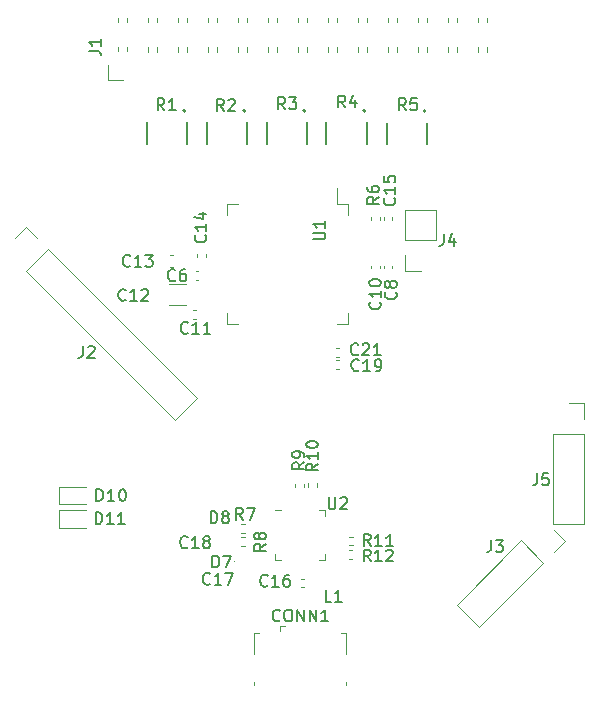
<source format=gbr>
%TF.GenerationSoftware,KiCad,Pcbnew,(6.0.10)*%
%TF.CreationDate,2023-01-10T15:23:54-05:00*%
%TF.ProjectId,cyton hat,6379746f-6e20-4686-9174-2e6b69636164,rev?*%
%TF.SameCoordinates,Original*%
%TF.FileFunction,Legend,Top*%
%TF.FilePolarity,Positive*%
%FSLAX46Y46*%
G04 Gerber Fmt 4.6, Leading zero omitted, Abs format (unit mm)*
G04 Created by KiCad (PCBNEW (6.0.10)) date 2023-01-10 15:23:54*
%MOMM*%
%LPD*%
G01*
G04 APERTURE LIST*
%ADD10C,0.150000*%
%ADD11C,0.120000*%
%ADD12C,0.127000*%
%ADD13C,0.200000*%
%ADD14C,0.100000*%
G04 APERTURE END LIST*
D10*
%TO.C,J1*%
X121829580Y-83823133D02*
X122543866Y-83823133D01*
X122686723Y-83870752D01*
X122781961Y-83965990D01*
X122829580Y-84108847D01*
X122829580Y-84204085D01*
X122829580Y-82823133D02*
X122829580Y-83394561D01*
X122829580Y-83108847D02*
X121829580Y-83108847D01*
X121972438Y-83204085D01*
X122067676Y-83299323D01*
X122115295Y-83394561D01*
%TO.C,C13*%
X125315742Y-102007942D02*
X125268123Y-102055561D01*
X125125266Y-102103180D01*
X125030028Y-102103180D01*
X124887171Y-102055561D01*
X124791933Y-101960323D01*
X124744314Y-101865085D01*
X124696695Y-101674609D01*
X124696695Y-101531752D01*
X124744314Y-101341276D01*
X124791933Y-101246038D01*
X124887171Y-101150800D01*
X125030028Y-101103180D01*
X125125266Y-101103180D01*
X125268123Y-101150800D01*
X125315742Y-101198419D01*
X126268123Y-102103180D02*
X125696695Y-102103180D01*
X125982409Y-102103180D02*
X125982409Y-101103180D01*
X125887171Y-101246038D01*
X125791933Y-101341276D01*
X125696695Y-101388895D01*
X126601457Y-101103180D02*
X127220504Y-101103180D01*
X126887171Y-101484133D01*
X127030028Y-101484133D01*
X127125266Y-101531752D01*
X127172885Y-101579371D01*
X127220504Y-101674609D01*
X127220504Y-101912704D01*
X127172885Y-102007942D01*
X127125266Y-102055561D01*
X127030028Y-102103180D01*
X126744314Y-102103180D01*
X126649076Y-102055561D01*
X126601457Y-102007942D01*
%TO.C,D11*%
X122382114Y-123896380D02*
X122382114Y-122896380D01*
X122620209Y-122896380D01*
X122763066Y-122944000D01*
X122858304Y-123039238D01*
X122905923Y-123134476D01*
X122953542Y-123324952D01*
X122953542Y-123467809D01*
X122905923Y-123658285D01*
X122858304Y-123753523D01*
X122763066Y-123848761D01*
X122620209Y-123896380D01*
X122382114Y-123896380D01*
X123905923Y-123896380D02*
X123334495Y-123896380D01*
X123620209Y-123896380D02*
X123620209Y-122896380D01*
X123524971Y-123039238D01*
X123429733Y-123134476D01*
X123334495Y-123182095D01*
X124858304Y-123896380D02*
X124286876Y-123896380D01*
X124572590Y-123896380D02*
X124572590Y-122896380D01*
X124477352Y-123039238D01*
X124382114Y-123134476D01*
X124286876Y-123182095D01*
%TO.C,R2*%
X133234133Y-88920580D02*
X132900800Y-88444390D01*
X132662704Y-88920580D02*
X132662704Y-87920580D01*
X133043657Y-87920580D01*
X133138895Y-87968200D01*
X133186514Y-88015819D01*
X133234133Y-88111057D01*
X133234133Y-88253914D01*
X133186514Y-88349152D01*
X133138895Y-88396771D01*
X133043657Y-88444390D01*
X132662704Y-88444390D01*
X133615085Y-88015819D02*
X133662704Y-87968200D01*
X133757942Y-87920580D01*
X133996038Y-87920580D01*
X134091276Y-87968200D01*
X134138895Y-88015819D01*
X134186514Y-88111057D01*
X134186514Y-88206295D01*
X134138895Y-88349152D01*
X133567466Y-88920580D01*
X134186514Y-88920580D01*
%TO.C,D7*%
X132281704Y-127553980D02*
X132281704Y-126553980D01*
X132519800Y-126553980D01*
X132662657Y-126601600D01*
X132757895Y-126696838D01*
X132805514Y-126792076D01*
X132853133Y-126982552D01*
X132853133Y-127125409D01*
X132805514Y-127315885D01*
X132757895Y-127411123D01*
X132662657Y-127506361D01*
X132519800Y-127553980D01*
X132281704Y-127553980D01*
X133186466Y-126553980D02*
X133853133Y-126553980D01*
X133424561Y-127553980D01*
%TO.C,C14*%
X131675142Y-99423457D02*
X131722761Y-99471076D01*
X131770380Y-99613933D01*
X131770380Y-99709171D01*
X131722761Y-99852028D01*
X131627523Y-99947266D01*
X131532285Y-99994885D01*
X131341809Y-100042504D01*
X131198952Y-100042504D01*
X131008476Y-99994885D01*
X130913238Y-99947266D01*
X130818000Y-99852028D01*
X130770380Y-99709171D01*
X130770380Y-99613933D01*
X130818000Y-99471076D01*
X130865619Y-99423457D01*
X131770380Y-98471076D02*
X131770380Y-99042504D01*
X131770380Y-98756790D02*
X130770380Y-98756790D01*
X130913238Y-98852028D01*
X131008476Y-98947266D01*
X131056095Y-99042504D01*
X131103714Y-97613933D02*
X131770380Y-97613933D01*
X130722761Y-97852028D02*
X131437047Y-98090123D01*
X131437047Y-97471076D01*
%TO.C,C15*%
X147677142Y-96299257D02*
X147724761Y-96346876D01*
X147772380Y-96489733D01*
X147772380Y-96584971D01*
X147724761Y-96727828D01*
X147629523Y-96823066D01*
X147534285Y-96870685D01*
X147343809Y-96918304D01*
X147200952Y-96918304D01*
X147010476Y-96870685D01*
X146915238Y-96823066D01*
X146820000Y-96727828D01*
X146772380Y-96584971D01*
X146772380Y-96489733D01*
X146820000Y-96346876D01*
X146867619Y-96299257D01*
X147772380Y-95346876D02*
X147772380Y-95918304D01*
X147772380Y-95632590D02*
X146772380Y-95632590D01*
X146915238Y-95727828D01*
X147010476Y-95823066D01*
X147058095Y-95918304D01*
X146772380Y-94442114D02*
X146772380Y-94918304D01*
X147248571Y-94965923D01*
X147200952Y-94918304D01*
X147153333Y-94823066D01*
X147153333Y-94584971D01*
X147200952Y-94489733D01*
X147248571Y-94442114D01*
X147343809Y-94394495D01*
X147581904Y-94394495D01*
X147677142Y-94442114D01*
X147724761Y-94489733D01*
X147772380Y-94584971D01*
X147772380Y-94823066D01*
X147724761Y-94918304D01*
X147677142Y-94965923D01*
%TO.C,R6*%
X146375380Y-96178666D02*
X145899190Y-96512000D01*
X146375380Y-96750095D02*
X145375380Y-96750095D01*
X145375380Y-96369142D01*
X145423000Y-96273904D01*
X145470619Y-96226285D01*
X145565857Y-96178666D01*
X145708714Y-96178666D01*
X145803952Y-96226285D01*
X145851571Y-96273904D01*
X145899190Y-96369142D01*
X145899190Y-96750095D01*
X145375380Y-95321523D02*
X145375380Y-95512000D01*
X145423000Y-95607238D01*
X145470619Y-95654857D01*
X145613476Y-95750095D01*
X145803952Y-95797714D01*
X146184904Y-95797714D01*
X146280142Y-95750095D01*
X146327761Y-95702476D01*
X146375380Y-95607238D01*
X146375380Y-95416761D01*
X146327761Y-95321523D01*
X146280142Y-95273904D01*
X146184904Y-95226285D01*
X145946809Y-95226285D01*
X145851571Y-95273904D01*
X145803952Y-95321523D01*
X145756333Y-95416761D01*
X145756333Y-95607238D01*
X145803952Y-95702476D01*
X145851571Y-95750095D01*
X145946809Y-95797714D01*
%TO.C,R8*%
X136799580Y-125566466D02*
X136323390Y-125899800D01*
X136799580Y-126137895D02*
X135799580Y-126137895D01*
X135799580Y-125756942D01*
X135847200Y-125661704D01*
X135894819Y-125614085D01*
X135990057Y-125566466D01*
X136132914Y-125566466D01*
X136228152Y-125614085D01*
X136275771Y-125661704D01*
X136323390Y-125756942D01*
X136323390Y-126137895D01*
X136228152Y-124995038D02*
X136180533Y-125090276D01*
X136132914Y-125137895D01*
X136037676Y-125185514D01*
X135990057Y-125185514D01*
X135894819Y-125137895D01*
X135847200Y-125090276D01*
X135799580Y-124995038D01*
X135799580Y-124804561D01*
X135847200Y-124709323D01*
X135894819Y-124661704D01*
X135990057Y-124614085D01*
X136037676Y-124614085D01*
X136132914Y-124661704D01*
X136180533Y-124709323D01*
X136228152Y-124804561D01*
X136228152Y-124995038D01*
X136275771Y-125090276D01*
X136323390Y-125137895D01*
X136418628Y-125185514D01*
X136609104Y-125185514D01*
X136704342Y-125137895D01*
X136751961Y-125090276D01*
X136799580Y-124995038D01*
X136799580Y-124804561D01*
X136751961Y-124709323D01*
X136704342Y-124661704D01*
X136609104Y-124614085D01*
X136418628Y-124614085D01*
X136323390Y-124661704D01*
X136275771Y-124709323D01*
X136228152Y-124804561D01*
%TO.C,R1*%
X128204933Y-88844380D02*
X127871600Y-88368190D01*
X127633504Y-88844380D02*
X127633504Y-87844380D01*
X128014457Y-87844380D01*
X128109695Y-87892000D01*
X128157314Y-87939619D01*
X128204933Y-88034857D01*
X128204933Y-88177714D01*
X128157314Y-88272952D01*
X128109695Y-88320571D01*
X128014457Y-88368190D01*
X127633504Y-88368190D01*
X129157314Y-88844380D02*
X128585885Y-88844380D01*
X128871600Y-88844380D02*
X128871600Y-87844380D01*
X128776361Y-87987238D01*
X128681123Y-88082476D01*
X128585885Y-88130095D01*
%TO.C,C11*%
X130192542Y-107672142D02*
X130144923Y-107719761D01*
X130002066Y-107767380D01*
X129906828Y-107767380D01*
X129763971Y-107719761D01*
X129668733Y-107624523D01*
X129621114Y-107529285D01*
X129573495Y-107338809D01*
X129573495Y-107195952D01*
X129621114Y-107005476D01*
X129668733Y-106910238D01*
X129763971Y-106815000D01*
X129906828Y-106767380D01*
X130002066Y-106767380D01*
X130144923Y-106815000D01*
X130192542Y-106862619D01*
X131144923Y-107767380D02*
X130573495Y-107767380D01*
X130859209Y-107767380D02*
X130859209Y-106767380D01*
X130763971Y-106910238D01*
X130668733Y-107005476D01*
X130573495Y-107053095D01*
X132097304Y-107767380D02*
X131525876Y-107767380D01*
X131811590Y-107767380D02*
X131811590Y-106767380D01*
X131716352Y-106910238D01*
X131621114Y-107005476D01*
X131525876Y-107053095D01*
%TO.C,L1*%
X142352733Y-130474980D02*
X141876542Y-130474980D01*
X141876542Y-129474980D01*
X143209876Y-130474980D02*
X142638447Y-130474980D01*
X142924161Y-130474980D02*
X142924161Y-129474980D01*
X142828923Y-129617838D01*
X142733685Y-129713076D01*
X142638447Y-129760695D01*
%TO.C,R5*%
X148651933Y-88844380D02*
X148318600Y-88368190D01*
X148080504Y-88844380D02*
X148080504Y-87844380D01*
X148461457Y-87844380D01*
X148556695Y-87892000D01*
X148604314Y-87939619D01*
X148651933Y-88034857D01*
X148651933Y-88177714D01*
X148604314Y-88272952D01*
X148556695Y-88320571D01*
X148461457Y-88368190D01*
X148080504Y-88368190D01*
X149556695Y-87844380D02*
X149080504Y-87844380D01*
X149032885Y-88320571D01*
X149080504Y-88272952D01*
X149175742Y-88225333D01*
X149413838Y-88225333D01*
X149509076Y-88272952D01*
X149556695Y-88320571D01*
X149604314Y-88415809D01*
X149604314Y-88653904D01*
X149556695Y-88749142D01*
X149509076Y-88796761D01*
X149413838Y-88844380D01*
X149175742Y-88844380D01*
X149080504Y-88796761D01*
X149032885Y-88749142D01*
%TO.C,J3*%
X155876666Y-125258580D02*
X155876666Y-125972866D01*
X155829047Y-126115723D01*
X155733809Y-126210961D01*
X155590952Y-126258580D01*
X155495714Y-126258580D01*
X156257619Y-125258580D02*
X156876666Y-125258580D01*
X156543333Y-125639533D01*
X156686190Y-125639533D01*
X156781428Y-125687152D01*
X156829047Y-125734771D01*
X156876666Y-125830009D01*
X156876666Y-126068104D01*
X156829047Y-126163342D01*
X156781428Y-126210961D01*
X156686190Y-126258580D01*
X156400476Y-126258580D01*
X156305238Y-126210961D01*
X156257619Y-126163342D01*
%TO.C,C19*%
X144665342Y-110847142D02*
X144617723Y-110894761D01*
X144474866Y-110942380D01*
X144379628Y-110942380D01*
X144236771Y-110894761D01*
X144141533Y-110799523D01*
X144093914Y-110704285D01*
X144046295Y-110513809D01*
X144046295Y-110370952D01*
X144093914Y-110180476D01*
X144141533Y-110085238D01*
X144236771Y-109990000D01*
X144379628Y-109942380D01*
X144474866Y-109942380D01*
X144617723Y-109990000D01*
X144665342Y-110037619D01*
X145617723Y-110942380D02*
X145046295Y-110942380D01*
X145332009Y-110942380D02*
X145332009Y-109942380D01*
X145236771Y-110085238D01*
X145141533Y-110180476D01*
X145046295Y-110228095D01*
X146093914Y-110942380D02*
X146284390Y-110942380D01*
X146379628Y-110894761D01*
X146427247Y-110847142D01*
X146522485Y-110704285D01*
X146570104Y-110513809D01*
X146570104Y-110132857D01*
X146522485Y-110037619D01*
X146474866Y-109990000D01*
X146379628Y-109942380D01*
X146189152Y-109942380D01*
X146093914Y-109990000D01*
X146046295Y-110037619D01*
X145998676Y-110132857D01*
X145998676Y-110370952D01*
X146046295Y-110466190D01*
X146093914Y-110513809D01*
X146189152Y-110561428D01*
X146379628Y-110561428D01*
X146474866Y-110513809D01*
X146522485Y-110466190D01*
X146570104Y-110370952D01*
%TO.C,U2*%
X142113095Y-121626380D02*
X142113095Y-122435904D01*
X142160714Y-122531142D01*
X142208333Y-122578761D01*
X142303571Y-122626380D01*
X142494047Y-122626380D01*
X142589285Y-122578761D01*
X142636904Y-122531142D01*
X142684523Y-122435904D01*
X142684523Y-121626380D01*
X143113095Y-121721619D02*
X143160714Y-121674000D01*
X143255952Y-121626380D01*
X143494047Y-121626380D01*
X143589285Y-121674000D01*
X143636904Y-121721619D01*
X143684523Y-121816857D01*
X143684523Y-121912095D01*
X143636904Y-122054952D01*
X143065476Y-122626380D01*
X143684523Y-122626380D01*
%TO.C,C17*%
X132072142Y-128931942D02*
X132024523Y-128979561D01*
X131881666Y-129027180D01*
X131786428Y-129027180D01*
X131643571Y-128979561D01*
X131548333Y-128884323D01*
X131500714Y-128789085D01*
X131453095Y-128598609D01*
X131453095Y-128455752D01*
X131500714Y-128265276D01*
X131548333Y-128170038D01*
X131643571Y-128074800D01*
X131786428Y-128027180D01*
X131881666Y-128027180D01*
X132024523Y-128074800D01*
X132072142Y-128122419D01*
X133024523Y-129027180D02*
X132453095Y-129027180D01*
X132738809Y-129027180D02*
X132738809Y-128027180D01*
X132643571Y-128170038D01*
X132548333Y-128265276D01*
X132453095Y-128312895D01*
X133357857Y-128027180D02*
X134024523Y-128027180D01*
X133595952Y-129027180D01*
%TO.C,J5*%
X159762866Y-119594380D02*
X159762866Y-120308666D01*
X159715247Y-120451523D01*
X159620009Y-120546761D01*
X159477152Y-120594380D01*
X159381914Y-120594380D01*
X160715247Y-119594380D02*
X160239057Y-119594380D01*
X160191438Y-120070571D01*
X160239057Y-120022952D01*
X160334295Y-119975333D01*
X160572390Y-119975333D01*
X160667628Y-120022952D01*
X160715247Y-120070571D01*
X160762866Y-120165809D01*
X160762866Y-120403904D01*
X160715247Y-120499142D01*
X160667628Y-120546761D01*
X160572390Y-120594380D01*
X160334295Y-120594380D01*
X160239057Y-120546761D01*
X160191438Y-120499142D01*
%TO.C,CONN1*%
X137987304Y-132030742D02*
X137939685Y-132078361D01*
X137796828Y-132125980D01*
X137701590Y-132125980D01*
X137558733Y-132078361D01*
X137463495Y-131983123D01*
X137415876Y-131887885D01*
X137368257Y-131697409D01*
X137368257Y-131554552D01*
X137415876Y-131364076D01*
X137463495Y-131268838D01*
X137558733Y-131173600D01*
X137701590Y-131125980D01*
X137796828Y-131125980D01*
X137939685Y-131173600D01*
X137987304Y-131221219D01*
X138606352Y-131125980D02*
X138796828Y-131125980D01*
X138892066Y-131173600D01*
X138987304Y-131268838D01*
X139034923Y-131459314D01*
X139034923Y-131792647D01*
X138987304Y-131983123D01*
X138892066Y-132078361D01*
X138796828Y-132125980D01*
X138606352Y-132125980D01*
X138511114Y-132078361D01*
X138415876Y-131983123D01*
X138368257Y-131792647D01*
X138368257Y-131459314D01*
X138415876Y-131268838D01*
X138511114Y-131173600D01*
X138606352Y-131125980D01*
X139463495Y-132125980D02*
X139463495Y-131125980D01*
X140034923Y-132125980D01*
X140034923Y-131125980D01*
X140511114Y-132125980D02*
X140511114Y-131125980D01*
X141082542Y-132125980D01*
X141082542Y-131125980D01*
X142082542Y-132125980D02*
X141511114Y-132125980D01*
X141796828Y-132125980D02*
X141796828Y-131125980D01*
X141701590Y-131268838D01*
X141606352Y-131364076D01*
X141511114Y-131411695D01*
%TO.C,C10*%
X146457942Y-105087657D02*
X146505561Y-105135276D01*
X146553180Y-105278133D01*
X146553180Y-105373371D01*
X146505561Y-105516228D01*
X146410323Y-105611466D01*
X146315085Y-105659085D01*
X146124609Y-105706704D01*
X145981752Y-105706704D01*
X145791276Y-105659085D01*
X145696038Y-105611466D01*
X145600800Y-105516228D01*
X145553180Y-105373371D01*
X145553180Y-105278133D01*
X145600800Y-105135276D01*
X145648419Y-105087657D01*
X146553180Y-104135276D02*
X146553180Y-104706704D01*
X146553180Y-104420990D02*
X145553180Y-104420990D01*
X145696038Y-104516228D01*
X145791276Y-104611466D01*
X145838895Y-104706704D01*
X145553180Y-103516228D02*
X145553180Y-103420990D01*
X145600800Y-103325752D01*
X145648419Y-103278133D01*
X145743657Y-103230514D01*
X145934133Y-103182895D01*
X146172228Y-103182895D01*
X146362704Y-103230514D01*
X146457942Y-103278133D01*
X146505561Y-103325752D01*
X146553180Y-103420990D01*
X146553180Y-103516228D01*
X146505561Y-103611466D01*
X146457942Y-103659085D01*
X146362704Y-103706704D01*
X146172228Y-103754323D01*
X145934133Y-103754323D01*
X145743657Y-103706704D01*
X145648419Y-103659085D01*
X145600800Y-103611466D01*
X145553180Y-103516228D01*
%TO.C,R12*%
X145661142Y-127045980D02*
X145327809Y-126569790D01*
X145089714Y-127045980D02*
X145089714Y-126045980D01*
X145470666Y-126045980D01*
X145565904Y-126093600D01*
X145613523Y-126141219D01*
X145661142Y-126236457D01*
X145661142Y-126379314D01*
X145613523Y-126474552D01*
X145565904Y-126522171D01*
X145470666Y-126569790D01*
X145089714Y-126569790D01*
X146613523Y-127045980D02*
X146042095Y-127045980D01*
X146327809Y-127045980D02*
X146327809Y-126045980D01*
X146232571Y-126188838D01*
X146137333Y-126284076D01*
X146042095Y-126331695D01*
X146994476Y-126141219D02*
X147042095Y-126093600D01*
X147137333Y-126045980D01*
X147375428Y-126045980D01*
X147470666Y-126093600D01*
X147518285Y-126141219D01*
X147565904Y-126236457D01*
X147565904Y-126331695D01*
X147518285Y-126474552D01*
X146946857Y-127045980D01*
X147565904Y-127045980D01*
%TO.C,C16*%
X136948942Y-129084342D02*
X136901323Y-129131961D01*
X136758466Y-129179580D01*
X136663228Y-129179580D01*
X136520371Y-129131961D01*
X136425133Y-129036723D01*
X136377514Y-128941485D01*
X136329895Y-128751009D01*
X136329895Y-128608152D01*
X136377514Y-128417676D01*
X136425133Y-128322438D01*
X136520371Y-128227200D01*
X136663228Y-128179580D01*
X136758466Y-128179580D01*
X136901323Y-128227200D01*
X136948942Y-128274819D01*
X137901323Y-129179580D02*
X137329895Y-129179580D01*
X137615609Y-129179580D02*
X137615609Y-128179580D01*
X137520371Y-128322438D01*
X137425133Y-128417676D01*
X137329895Y-128465295D01*
X138758466Y-128179580D02*
X138567990Y-128179580D01*
X138472752Y-128227200D01*
X138425133Y-128274819D01*
X138329895Y-128417676D01*
X138282276Y-128608152D01*
X138282276Y-128989104D01*
X138329895Y-129084342D01*
X138377514Y-129131961D01*
X138472752Y-129179580D01*
X138663228Y-129179580D01*
X138758466Y-129131961D01*
X138806085Y-129084342D01*
X138853704Y-128989104D01*
X138853704Y-128751009D01*
X138806085Y-128655771D01*
X138758466Y-128608152D01*
X138663228Y-128560533D01*
X138472752Y-128560533D01*
X138377514Y-128608152D01*
X138329895Y-128655771D01*
X138282276Y-128751009D01*
%TO.C,U1*%
X140828780Y-99796504D02*
X141638304Y-99796504D01*
X141733542Y-99748885D01*
X141781161Y-99701266D01*
X141828780Y-99606028D01*
X141828780Y-99415552D01*
X141781161Y-99320314D01*
X141733542Y-99272695D01*
X141638304Y-99225076D01*
X140828780Y-99225076D01*
X141828780Y-98225076D02*
X141828780Y-98796504D01*
X141828780Y-98510790D02*
X140828780Y-98510790D01*
X140971638Y-98606028D01*
X141066876Y-98701266D01*
X141114495Y-98796504D01*
%TO.C,D10*%
X122458314Y-121940580D02*
X122458314Y-120940580D01*
X122696409Y-120940580D01*
X122839266Y-120988200D01*
X122934504Y-121083438D01*
X122982123Y-121178676D01*
X123029742Y-121369152D01*
X123029742Y-121512009D01*
X122982123Y-121702485D01*
X122934504Y-121797723D01*
X122839266Y-121892961D01*
X122696409Y-121940580D01*
X122458314Y-121940580D01*
X123982123Y-121940580D02*
X123410695Y-121940580D01*
X123696409Y-121940580D02*
X123696409Y-120940580D01*
X123601171Y-121083438D01*
X123505933Y-121178676D01*
X123410695Y-121226295D01*
X124601171Y-120940580D02*
X124696409Y-120940580D01*
X124791647Y-120988200D01*
X124839266Y-121035819D01*
X124886885Y-121131057D01*
X124934504Y-121321533D01*
X124934504Y-121559628D01*
X124886885Y-121750104D01*
X124839266Y-121845342D01*
X124791647Y-121892961D01*
X124696409Y-121940580D01*
X124601171Y-121940580D01*
X124505933Y-121892961D01*
X124458314Y-121845342D01*
X124410695Y-121750104D01*
X124363076Y-121559628D01*
X124363076Y-121321533D01*
X124410695Y-121131057D01*
X124458314Y-121035819D01*
X124505933Y-120988200D01*
X124601171Y-120940580D01*
%TO.C,R7*%
X134859733Y-123515380D02*
X134526400Y-123039190D01*
X134288304Y-123515380D02*
X134288304Y-122515380D01*
X134669257Y-122515380D01*
X134764495Y-122563000D01*
X134812114Y-122610619D01*
X134859733Y-122705857D01*
X134859733Y-122848714D01*
X134812114Y-122943952D01*
X134764495Y-122991571D01*
X134669257Y-123039190D01*
X134288304Y-123039190D01*
X135193066Y-122515380D02*
X135859733Y-122515380D01*
X135431161Y-123515380D01*
%TO.C,R10*%
X141219180Y-118778257D02*
X140742990Y-119111590D01*
X141219180Y-119349685D02*
X140219180Y-119349685D01*
X140219180Y-118968733D01*
X140266800Y-118873495D01*
X140314419Y-118825876D01*
X140409657Y-118778257D01*
X140552514Y-118778257D01*
X140647752Y-118825876D01*
X140695371Y-118873495D01*
X140742990Y-118968733D01*
X140742990Y-119349685D01*
X141219180Y-117825876D02*
X141219180Y-118397304D01*
X141219180Y-118111590D02*
X140219180Y-118111590D01*
X140362038Y-118206828D01*
X140457276Y-118302066D01*
X140504895Y-118397304D01*
X140219180Y-117206828D02*
X140219180Y-117111590D01*
X140266800Y-117016352D01*
X140314419Y-116968733D01*
X140409657Y-116921114D01*
X140600133Y-116873495D01*
X140838228Y-116873495D01*
X141028704Y-116921114D01*
X141123942Y-116968733D01*
X141171561Y-117016352D01*
X141219180Y-117111590D01*
X141219180Y-117206828D01*
X141171561Y-117302066D01*
X141123942Y-117349685D01*
X141028704Y-117397304D01*
X140838228Y-117444923D01*
X140600133Y-117444923D01*
X140409657Y-117397304D01*
X140314419Y-117349685D01*
X140266800Y-117302066D01*
X140219180Y-117206828D01*
%TO.C,C18*%
X130167142Y-125833142D02*
X130119523Y-125880761D01*
X129976666Y-125928380D01*
X129881428Y-125928380D01*
X129738571Y-125880761D01*
X129643333Y-125785523D01*
X129595714Y-125690285D01*
X129548095Y-125499809D01*
X129548095Y-125356952D01*
X129595714Y-125166476D01*
X129643333Y-125071238D01*
X129738571Y-124976000D01*
X129881428Y-124928380D01*
X129976666Y-124928380D01*
X130119523Y-124976000D01*
X130167142Y-125023619D01*
X131119523Y-125928380D02*
X130548095Y-125928380D01*
X130833809Y-125928380D02*
X130833809Y-124928380D01*
X130738571Y-125071238D01*
X130643333Y-125166476D01*
X130548095Y-125214095D01*
X131690952Y-125356952D02*
X131595714Y-125309333D01*
X131548095Y-125261714D01*
X131500476Y-125166476D01*
X131500476Y-125118857D01*
X131548095Y-125023619D01*
X131595714Y-124976000D01*
X131690952Y-124928380D01*
X131881428Y-124928380D01*
X131976666Y-124976000D01*
X132024285Y-125023619D01*
X132071904Y-125118857D01*
X132071904Y-125166476D01*
X132024285Y-125261714D01*
X131976666Y-125309333D01*
X131881428Y-125356952D01*
X131690952Y-125356952D01*
X131595714Y-125404571D01*
X131548095Y-125452190D01*
X131500476Y-125547428D01*
X131500476Y-125737904D01*
X131548095Y-125833142D01*
X131595714Y-125880761D01*
X131690952Y-125928380D01*
X131881428Y-125928380D01*
X131976666Y-125880761D01*
X132024285Y-125833142D01*
X132071904Y-125737904D01*
X132071904Y-125547428D01*
X132024285Y-125452190D01*
X131976666Y-125404571D01*
X131881428Y-125356952D01*
%TO.C,C8*%
X147778742Y-104255866D02*
X147826361Y-104303485D01*
X147873980Y-104446342D01*
X147873980Y-104541580D01*
X147826361Y-104684438D01*
X147731123Y-104779676D01*
X147635885Y-104827295D01*
X147445409Y-104874914D01*
X147302552Y-104874914D01*
X147112076Y-104827295D01*
X147016838Y-104779676D01*
X146921600Y-104684438D01*
X146873980Y-104541580D01*
X146873980Y-104446342D01*
X146921600Y-104303485D01*
X146969219Y-104255866D01*
X147302552Y-103684438D02*
X147254933Y-103779676D01*
X147207314Y-103827295D01*
X147112076Y-103874914D01*
X147064457Y-103874914D01*
X146969219Y-103827295D01*
X146921600Y-103779676D01*
X146873980Y-103684438D01*
X146873980Y-103493961D01*
X146921600Y-103398723D01*
X146969219Y-103351104D01*
X147064457Y-103303485D01*
X147112076Y-103303485D01*
X147207314Y-103351104D01*
X147254933Y-103398723D01*
X147302552Y-103493961D01*
X147302552Y-103684438D01*
X147350171Y-103779676D01*
X147397790Y-103827295D01*
X147493028Y-103874914D01*
X147683504Y-103874914D01*
X147778742Y-103827295D01*
X147826361Y-103779676D01*
X147873980Y-103684438D01*
X147873980Y-103493961D01*
X147826361Y-103398723D01*
X147778742Y-103351104D01*
X147683504Y-103303485D01*
X147493028Y-103303485D01*
X147397790Y-103351104D01*
X147350171Y-103398723D01*
X147302552Y-103493961D01*
%TO.C,J4*%
X151863466Y-99325180D02*
X151863466Y-100039466D01*
X151815847Y-100182323D01*
X151720609Y-100277561D01*
X151577752Y-100325180D01*
X151482514Y-100325180D01*
X152768228Y-99658514D02*
X152768228Y-100325180D01*
X152530133Y-99277561D02*
X152292038Y-99991847D01*
X152911085Y-99991847D01*
%TO.C,R11*%
X145661142Y-125750580D02*
X145327809Y-125274390D01*
X145089714Y-125750580D02*
X145089714Y-124750580D01*
X145470666Y-124750580D01*
X145565904Y-124798200D01*
X145613523Y-124845819D01*
X145661142Y-124941057D01*
X145661142Y-125083914D01*
X145613523Y-125179152D01*
X145565904Y-125226771D01*
X145470666Y-125274390D01*
X145089714Y-125274390D01*
X146613523Y-125750580D02*
X146042095Y-125750580D01*
X146327809Y-125750580D02*
X146327809Y-124750580D01*
X146232571Y-124893438D01*
X146137333Y-124988676D01*
X146042095Y-125036295D01*
X147565904Y-125750580D02*
X146994476Y-125750580D01*
X147280190Y-125750580D02*
X147280190Y-124750580D01*
X147184952Y-124893438D01*
X147089714Y-124988676D01*
X146994476Y-125036295D01*
%TO.C,D8*%
X132129304Y-123820180D02*
X132129304Y-122820180D01*
X132367400Y-122820180D01*
X132510257Y-122867800D01*
X132605495Y-122963038D01*
X132653114Y-123058276D01*
X132700733Y-123248752D01*
X132700733Y-123391609D01*
X132653114Y-123582085D01*
X132605495Y-123677323D01*
X132510257Y-123772561D01*
X132367400Y-123820180D01*
X132129304Y-123820180D01*
X133272161Y-123248752D02*
X133176923Y-123201133D01*
X133129304Y-123153514D01*
X133081685Y-123058276D01*
X133081685Y-123010657D01*
X133129304Y-122915419D01*
X133176923Y-122867800D01*
X133272161Y-122820180D01*
X133462638Y-122820180D01*
X133557876Y-122867800D01*
X133605495Y-122915419D01*
X133653114Y-123010657D01*
X133653114Y-123058276D01*
X133605495Y-123153514D01*
X133557876Y-123201133D01*
X133462638Y-123248752D01*
X133272161Y-123248752D01*
X133176923Y-123296371D01*
X133129304Y-123343990D01*
X133081685Y-123439228D01*
X133081685Y-123629704D01*
X133129304Y-123724942D01*
X133176923Y-123772561D01*
X133272161Y-123820180D01*
X133462638Y-123820180D01*
X133557876Y-123772561D01*
X133605495Y-123724942D01*
X133653114Y-123629704D01*
X133653114Y-123439228D01*
X133605495Y-123343990D01*
X133557876Y-123296371D01*
X133462638Y-123248752D01*
%TO.C,R4*%
X143521133Y-88615780D02*
X143187800Y-88139590D01*
X142949704Y-88615780D02*
X142949704Y-87615780D01*
X143330657Y-87615780D01*
X143425895Y-87663400D01*
X143473514Y-87711019D01*
X143521133Y-87806257D01*
X143521133Y-87949114D01*
X143473514Y-88044352D01*
X143425895Y-88091971D01*
X143330657Y-88139590D01*
X142949704Y-88139590D01*
X144378276Y-87949114D02*
X144378276Y-88615780D01*
X144140180Y-87568161D02*
X143902085Y-88282447D01*
X144521133Y-88282447D01*
%TO.C,C6*%
X129119333Y-103227142D02*
X129071714Y-103274761D01*
X128928857Y-103322380D01*
X128833619Y-103322380D01*
X128690761Y-103274761D01*
X128595523Y-103179523D01*
X128547904Y-103084285D01*
X128500285Y-102893809D01*
X128500285Y-102750952D01*
X128547904Y-102560476D01*
X128595523Y-102465238D01*
X128690761Y-102370000D01*
X128833619Y-102322380D01*
X128928857Y-102322380D01*
X129071714Y-102370000D01*
X129119333Y-102417619D01*
X129976476Y-102322380D02*
X129786000Y-102322380D01*
X129690761Y-102370000D01*
X129643142Y-102417619D01*
X129547904Y-102560476D01*
X129500285Y-102750952D01*
X129500285Y-103131904D01*
X129547904Y-103227142D01*
X129595523Y-103274761D01*
X129690761Y-103322380D01*
X129881238Y-103322380D01*
X129976476Y-103274761D01*
X130024095Y-103227142D01*
X130071714Y-103131904D01*
X130071714Y-102893809D01*
X130024095Y-102798571D01*
X129976476Y-102750952D01*
X129881238Y-102703333D01*
X129690761Y-102703333D01*
X129595523Y-102750952D01*
X129547904Y-102798571D01*
X129500285Y-102893809D01*
%TO.C,R3*%
X138441133Y-88768180D02*
X138107800Y-88291990D01*
X137869704Y-88768180D02*
X137869704Y-87768180D01*
X138250657Y-87768180D01*
X138345895Y-87815800D01*
X138393514Y-87863419D01*
X138441133Y-87958657D01*
X138441133Y-88101514D01*
X138393514Y-88196752D01*
X138345895Y-88244371D01*
X138250657Y-88291990D01*
X137869704Y-88291990D01*
X138774466Y-87768180D02*
X139393514Y-87768180D01*
X139060180Y-88149133D01*
X139203038Y-88149133D01*
X139298276Y-88196752D01*
X139345895Y-88244371D01*
X139393514Y-88339609D01*
X139393514Y-88577704D01*
X139345895Y-88672942D01*
X139298276Y-88720561D01*
X139203038Y-88768180D01*
X138917323Y-88768180D01*
X138822085Y-88720561D01*
X138774466Y-88672942D01*
%TO.C,C21*%
X144614542Y-109500942D02*
X144566923Y-109548561D01*
X144424066Y-109596180D01*
X144328828Y-109596180D01*
X144185971Y-109548561D01*
X144090733Y-109453323D01*
X144043114Y-109358085D01*
X143995495Y-109167609D01*
X143995495Y-109024752D01*
X144043114Y-108834276D01*
X144090733Y-108739038D01*
X144185971Y-108643800D01*
X144328828Y-108596180D01*
X144424066Y-108596180D01*
X144566923Y-108643800D01*
X144614542Y-108691419D01*
X144995495Y-108691419D02*
X145043114Y-108643800D01*
X145138352Y-108596180D01*
X145376447Y-108596180D01*
X145471685Y-108643800D01*
X145519304Y-108691419D01*
X145566923Y-108786657D01*
X145566923Y-108881895D01*
X145519304Y-109024752D01*
X144947876Y-109596180D01*
X145566923Y-109596180D01*
X146519304Y-109596180D02*
X145947876Y-109596180D01*
X146233590Y-109596180D02*
X146233590Y-108596180D01*
X146138352Y-108739038D01*
X146043114Y-108834276D01*
X145947876Y-108881895D01*
%TO.C,J2*%
X121307266Y-108824780D02*
X121307266Y-109539066D01*
X121259647Y-109681923D01*
X121164409Y-109777161D01*
X121021552Y-109824780D01*
X120926314Y-109824780D01*
X121735838Y-108920019D02*
X121783457Y-108872400D01*
X121878695Y-108824780D01*
X122116790Y-108824780D01*
X122212028Y-108872400D01*
X122259647Y-108920019D01*
X122307266Y-109015257D01*
X122307266Y-109110495D01*
X122259647Y-109253352D01*
X121688219Y-109824780D01*
X122307266Y-109824780D01*
%TO.C,R9*%
X140050780Y-118657666D02*
X139574590Y-118991000D01*
X140050780Y-119229095D02*
X139050780Y-119229095D01*
X139050780Y-118848142D01*
X139098400Y-118752904D01*
X139146019Y-118705285D01*
X139241257Y-118657666D01*
X139384114Y-118657666D01*
X139479352Y-118705285D01*
X139526971Y-118752904D01*
X139574590Y-118848142D01*
X139574590Y-119229095D01*
X140050780Y-118181476D02*
X140050780Y-117991000D01*
X140003161Y-117895761D01*
X139955542Y-117848142D01*
X139812685Y-117752904D01*
X139622209Y-117705285D01*
X139241257Y-117705285D01*
X139146019Y-117752904D01*
X139098400Y-117800523D01*
X139050780Y-117895761D01*
X139050780Y-118086238D01*
X139098400Y-118181476D01*
X139146019Y-118229095D01*
X139241257Y-118276714D01*
X139479352Y-118276714D01*
X139574590Y-118229095D01*
X139622209Y-118181476D01*
X139669828Y-118086238D01*
X139669828Y-117895761D01*
X139622209Y-117800523D01*
X139574590Y-117752904D01*
X139479352Y-117705285D01*
%TO.C,C12*%
X124934742Y-104903542D02*
X124887123Y-104951161D01*
X124744266Y-104998780D01*
X124649028Y-104998780D01*
X124506171Y-104951161D01*
X124410933Y-104855923D01*
X124363314Y-104760685D01*
X124315695Y-104570209D01*
X124315695Y-104427352D01*
X124363314Y-104236876D01*
X124410933Y-104141638D01*
X124506171Y-104046400D01*
X124649028Y-103998780D01*
X124744266Y-103998780D01*
X124887123Y-104046400D01*
X124934742Y-104094019D01*
X125887123Y-104998780D02*
X125315695Y-104998780D01*
X125601409Y-104998780D02*
X125601409Y-103998780D01*
X125506171Y-104141638D01*
X125410933Y-104236876D01*
X125315695Y-104284495D01*
X126268076Y-104094019D02*
X126315695Y-104046400D01*
X126410933Y-103998780D01*
X126649028Y-103998780D01*
X126744266Y-104046400D01*
X126791885Y-104094019D01*
X126839504Y-104189257D01*
X126839504Y-104284495D01*
X126791885Y-104427352D01*
X126220457Y-104998780D01*
X126839504Y-104998780D01*
D11*
%TO.C,J1*%
X125043200Y-83878400D02*
X125043200Y-83491329D01*
X142823200Y-81405471D02*
X142823200Y-81008400D01*
X135203200Y-83945471D02*
X135203200Y-83491329D01*
X140283200Y-83945471D02*
X140283200Y-83491329D01*
X155523200Y-83945471D02*
X155523200Y-83491329D01*
X123393200Y-86258400D02*
X123393200Y-84988400D01*
X129363200Y-81405471D02*
X129363200Y-81008400D01*
X152223200Y-81405471D02*
X152223200Y-81008400D01*
X127583200Y-81405471D02*
X127583200Y-81008400D01*
X131903200Y-83945471D02*
X131903200Y-83491329D01*
X147903200Y-83945471D02*
X147903200Y-83491329D01*
X137743200Y-81405471D02*
X137743200Y-81008400D01*
X136983200Y-83945471D02*
X136983200Y-83491329D01*
X147903200Y-81405471D02*
X147903200Y-81008400D01*
X125043200Y-81405471D02*
X125043200Y-81008400D01*
X140283200Y-81405471D02*
X140283200Y-81008400D01*
X139523200Y-81405471D02*
X139523200Y-81008400D01*
X124663200Y-86258400D02*
X123393200Y-86258400D01*
X150443200Y-83945471D02*
X150443200Y-83491329D01*
X152983200Y-81405471D02*
X152983200Y-81008400D01*
X130123200Y-83945471D02*
X130123200Y-83491329D01*
X132663200Y-81405471D02*
X132663200Y-81008400D01*
X145363200Y-83945471D02*
X145363200Y-83491329D01*
X124283200Y-81405471D02*
X124283200Y-81008400D01*
X149683200Y-81405471D02*
X149683200Y-81008400D01*
X126823200Y-83945471D02*
X126823200Y-83491329D01*
X131903200Y-81405471D02*
X131903200Y-81008400D01*
X144603200Y-83945471D02*
X144603200Y-83491329D01*
X147143200Y-83945471D02*
X147143200Y-83491329D01*
X154763200Y-83945471D02*
X154763200Y-83491329D01*
X127583200Y-83945471D02*
X127583200Y-83491329D01*
X142063200Y-83945471D02*
X142063200Y-83491329D01*
X124283200Y-83878400D02*
X124283200Y-83491329D01*
X126823200Y-81405471D02*
X126823200Y-81008400D01*
X150443200Y-81405471D02*
X150443200Y-81008400D01*
X152983200Y-83945471D02*
X152983200Y-83491329D01*
X142823200Y-83945471D02*
X142823200Y-83491329D01*
X134443200Y-83945471D02*
X134443200Y-83491329D01*
X155523200Y-81405471D02*
X155523200Y-81008400D01*
X134443200Y-81405471D02*
X134443200Y-81008400D01*
X147143200Y-81405471D02*
X147143200Y-81008400D01*
X132663200Y-83945471D02*
X132663200Y-83491329D01*
X145363200Y-81405471D02*
X145363200Y-81008400D01*
X135203200Y-81405471D02*
X135203200Y-81008400D01*
X154763200Y-81405471D02*
X154763200Y-81008400D01*
X136983200Y-81405471D02*
X136983200Y-81008400D01*
X130123200Y-81405471D02*
X130123200Y-81008400D01*
X149683200Y-83945471D02*
X149683200Y-83491329D01*
X142063200Y-81405471D02*
X142063200Y-81008400D01*
X139523200Y-83945471D02*
X139523200Y-83491329D01*
X129363200Y-83945471D02*
X129363200Y-83491329D01*
X152223200Y-83945471D02*
X152223200Y-83491329D01*
X137743200Y-83945471D02*
X137743200Y-83491329D01*
X144603200Y-81405471D02*
X144603200Y-81008400D01*
%TO.C,C13*%
X128969380Y-101115400D02*
X128688220Y-101115400D01*
X128969380Y-102135400D02*
X128688220Y-102135400D01*
%TO.C,D11*%
X119317300Y-124204400D02*
X121602300Y-124204400D01*
X119317300Y-122734400D02*
X119317300Y-124204400D01*
X121602300Y-122734400D02*
X119317300Y-122734400D01*
D12*
%TO.C,R2*%
X135183200Y-89891000D02*
X135183200Y-91691000D01*
X131783200Y-91691000D02*
X131783200Y-89891000D01*
D13*
X135083200Y-88891000D02*
G75*
G03*
X135083200Y-88891000I-100000J0D01*
G01*
D14*
%TO.C,D7*%
X134164200Y-127076200D02*
G75*
G03*
X134164200Y-127076200I-50000J0D01*
G01*
D11*
%TO.C,C14*%
X131703400Y-101276036D02*
X131703400Y-101060364D01*
X130983400Y-101276036D02*
X130983400Y-101060364D01*
%TO.C,C15*%
X146783900Y-97900164D02*
X146783900Y-98115836D01*
X147503900Y-97900164D02*
X147503900Y-98115836D01*
%TO.C,R6*%
X146482500Y-97852359D02*
X146482500Y-98159641D01*
X145722500Y-97852359D02*
X145722500Y-98159641D01*
%TO.C,R8*%
X134694959Y-125019800D02*
X135002241Y-125019800D01*
X134694959Y-125779800D02*
X135002241Y-125779800D01*
D12*
%TO.C,R1*%
X130103200Y-89891000D02*
X130103200Y-91691000D01*
X126703200Y-91691000D02*
X126703200Y-89891000D01*
D13*
X130003200Y-88891000D02*
G75*
G03*
X130003200Y-88891000I-100000J0D01*
G01*
D11*
%TO.C,C11*%
X130653964Y-106506600D02*
X130869636Y-106506600D01*
X130653964Y-105786600D02*
X130869636Y-105786600D01*
D12*
%TO.C,R5*%
X150423200Y-89916400D02*
X150423200Y-91716400D01*
X147023200Y-91716400D02*
X147023200Y-89916400D01*
D13*
X150323200Y-88916400D02*
G75*
G03*
X150323200Y-88916400I-100000J0D01*
G01*
D11*
%TO.C,J3*%
X161189052Y-124383148D02*
X162129504Y-125323600D01*
X162129504Y-125323600D02*
X161189052Y-126264052D01*
X158410122Y-125281174D02*
X152979542Y-130711754D01*
X158410122Y-125281174D02*
X160291026Y-127162078D01*
X160291026Y-127162078D02*
X154860446Y-132592658D01*
X152979542Y-130711754D02*
X154860446Y-132592658D01*
%TO.C,C19*%
X142764564Y-110748400D02*
X142980236Y-110748400D01*
X142764564Y-110028400D02*
X142980236Y-110028400D01*
%TO.C,U2*%
X141335000Y-126925600D02*
X141810000Y-126925600D01*
X137590000Y-126925600D02*
X137590000Y-126450600D01*
X138065000Y-122705600D02*
X137590000Y-122705600D01*
X138065000Y-126925600D02*
X137590000Y-126925600D01*
X141810000Y-126925600D02*
X141810000Y-126450600D01*
X141335000Y-122705600D02*
X141810000Y-122705600D01*
X141810000Y-122705600D02*
X141810000Y-123180600D01*
%TO.C,J5*%
X162433000Y-113630400D02*
X163763000Y-113630400D01*
X163763000Y-113630400D02*
X163763000Y-114960400D01*
X161103000Y-116230400D02*
X161103000Y-123910400D01*
X161103000Y-116230400D02*
X163763000Y-116230400D01*
X163763000Y-116230400D02*
X163763000Y-123910400D01*
X161103000Y-123910400D02*
X163763000Y-123910400D01*
%TO.C,CONN1*%
X135800000Y-133080300D02*
X136250000Y-133080300D01*
X138000000Y-132530300D02*
X138000000Y-132980300D01*
X135800000Y-134930300D02*
X135800000Y-133080300D01*
X143600000Y-137480300D02*
X143600000Y-137230300D01*
X138000000Y-132530300D02*
X138450000Y-132530300D01*
X143600000Y-134930300D02*
X143600000Y-133080300D01*
X143600000Y-133080300D02*
X143150000Y-133080300D01*
X135800000Y-137480300D02*
X135800000Y-137230300D01*
%TO.C,C10*%
X145715400Y-102022964D02*
X145715400Y-102238636D01*
X146435400Y-102022964D02*
X146435400Y-102238636D01*
%TO.C,R12*%
X144120841Y-126821200D02*
X143813559Y-126821200D01*
X144120841Y-126061200D02*
X143813559Y-126061200D01*
%TO.C,C16*%
X139772564Y-129239600D02*
X139988236Y-129239600D01*
X139772564Y-128519600D02*
X139988236Y-128519600D01*
%TO.C,U1*%
X142794900Y-96758800D02*
X142794900Y-95468800D01*
X143744900Y-97708800D02*
X143744900Y-96758800D01*
X143744900Y-96758800D02*
X142794900Y-96758800D01*
X133524900Y-106978800D02*
X134474900Y-106978800D01*
X143744900Y-106028800D02*
X143744900Y-106978800D01*
X143744900Y-106978800D02*
X142794900Y-106978800D01*
X133524900Y-106028800D02*
X133524900Y-106978800D01*
X133524900Y-97708800D02*
X133524900Y-96758800D01*
X133524900Y-96758800D02*
X134474900Y-96758800D01*
%TO.C,D10*%
X119317300Y-122197800D02*
X121602300Y-122197800D01*
X119317300Y-120727800D02*
X119317300Y-122197800D01*
X121602300Y-120727800D02*
X119317300Y-120727800D01*
%TO.C,R7*%
X134720359Y-123902200D02*
X135027641Y-123902200D01*
X134720359Y-124662200D02*
X135027641Y-124662200D01*
%TO.C,R10*%
X140386800Y-120750841D02*
X140386800Y-120443559D01*
X141146800Y-120750841D02*
X141146800Y-120443559D01*
%TO.C,C8*%
X146782200Y-102022964D02*
X146782200Y-102238636D01*
X147502200Y-102022964D02*
X147502200Y-102238636D01*
%TO.C,J4*%
X151240800Y-99872800D02*
X151240800Y-97272800D01*
X148580800Y-99872800D02*
X148580800Y-97272800D01*
X151240800Y-99872800D02*
X148580800Y-99872800D01*
X149910800Y-102472800D02*
X148580800Y-102472800D01*
X148580800Y-102472800D02*
X148580800Y-101142800D01*
X151240800Y-97272800D02*
X148580800Y-97272800D01*
%TO.C,R11*%
X144146241Y-125703600D02*
X143838959Y-125703600D01*
X144146241Y-124943600D02*
X143838959Y-124943600D01*
D14*
%TO.C,D8*%
X134005000Y-124307600D02*
G75*
G03*
X134005000Y-124307600I-50000J0D01*
G01*
D12*
%TO.C,R4*%
X145330600Y-89891000D02*
X145330600Y-91691000D01*
X141930600Y-91691000D02*
X141930600Y-89891000D01*
D13*
X145230600Y-88891000D02*
G75*
G03*
X145230600Y-88891000I-100000J0D01*
G01*
D11*
%TO.C,C6*%
X130857164Y-103204600D02*
X131072836Y-103204600D01*
X130857164Y-102484600D02*
X131072836Y-102484600D01*
D12*
%TO.C,R3*%
X140263200Y-89891000D02*
X140263200Y-91691000D01*
X136863200Y-91691000D02*
X136863200Y-89891000D01*
D13*
X140163200Y-88891000D02*
G75*
G03*
X140163200Y-88891000I-100000J0D01*
G01*
D11*
%TO.C,C21*%
X142764564Y-109707000D02*
X142980236Y-109707000D01*
X142764564Y-108987000D02*
X142980236Y-108987000D01*
%TO.C,J2*%
X116500000Y-98769096D02*
X117440452Y-99709548D01*
X116457574Y-102488478D02*
X118338478Y-100607574D01*
X118338478Y-100607574D02*
X130953263Y-113222359D01*
X129072359Y-115103263D02*
X130953263Y-113222359D01*
X116457574Y-102488478D02*
X129072359Y-115103263D01*
X115559548Y-99709548D02*
X116500000Y-98769096D01*
%TO.C,R9*%
X139294600Y-120776241D02*
X139294600Y-120468959D01*
X140054600Y-120776241D02*
X140054600Y-120468959D01*
%TO.C,C12*%
X128625548Y-103560200D02*
X130048052Y-103560200D01*
X128625548Y-105380200D02*
X130048052Y-105380200D01*
%TD*%
M02*

</source>
